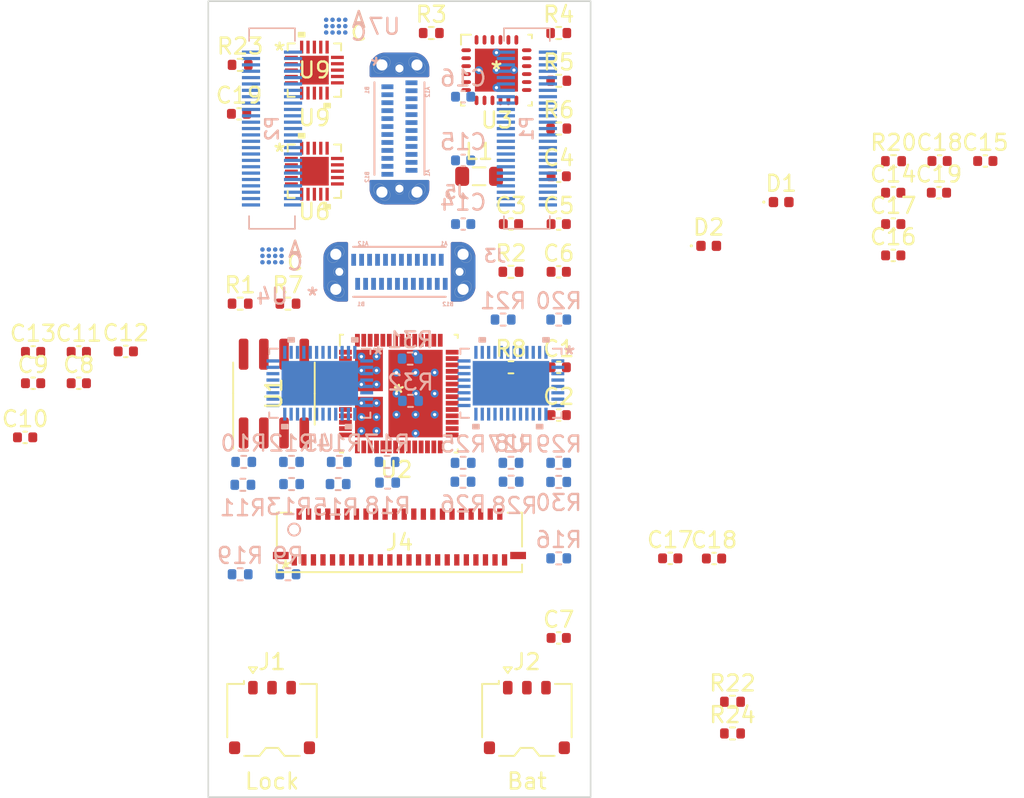
<source format=kicad_pcb>
(kicad_pcb (version 20211014) (generator pcbnew)
  (layers (0 "F.Cu" signal) (31 "B.Cu" signal) (34 "B.Paste" user) (35 "F.Paste" user) (36 "B.SilkS" user "B.Silkscreen") (37 "F.SilkS" user "F.Silkscreen") (38 "B.Mask" user) (39 "F.Mask" user) (44 "Edge.Cuts" user))
  (net 0 "")
  (net 1 "/Power Part/PWR_CHARGE")
  (net 2 "GND")
  (net 3 "Net-(C2-Pad1)")
  (net 4 "/Power Part/BAT_LDO")
  (net 5 "Net-(C4-Pad1)")
  (net 6 "Net-(C4-Pad2)")
  (net 7 "/Power Part/VSOM")
  (net 8 "Net-(C7-Pad1)")
  (net 9 "Net-(C8-Pad1)")
  (net 10 "/Host USB-C Connector/TX1-")
  (net 11 "Net-(C9-Pad1)")
  (net 12 "/Host USB-C Connector/TX2+")
  (net 13 "Net-(C10-Pad1)")
  (net 14 "/Host USB-C Connector/TX1+")
  (net 15 "Net-(C11-Pad1)")
  (net 16 "/Host USB-C Connector/TX2-")
  (net 17 "/Host USB-C Connector/VIN_3V3")
  (net 18 "Net-(C13-Pad2)")
  (net 19 "Net-(C14-Pad1)")
  (net 20 "Net-(C14-Pad2)")
  (net 21 "Net-(C15-Pad1)")
  (net 22 "Net-(C15-Pad2)")
  (net 23 "Net-(C16-Pad1)")
  (net 24 "Net-(C16-Pad2)")
  (net 25 "Net-(C17-Pad1)")
  (net 26 "Net-(C17-Pad2)")
  (net 27 "/OTG USB-C Connector/VIN_5V")
  (net 28 "/OTG USB-C Connector/VIN_3V3")
  (net 29 "/Power Part/HOST_VBUS")
  (net 30 "/Power Part/OTG_VBUS")
  (net 31 "/Power Part/LOCK_BTN")
  (net 32 "/Power Part/PD_LDO_3V3")
  (net 33 "/Power Part/SHUTDOWN_BTN")
  (net 34 "Net-(J2-Pad2)")
  (net 35 "/Host USB-C Connector/VBUS")
  (net 36 "Net-(J3-PadA5)")
  (net 37 "/Host USB-C Connector/HOST_D+")
  (net 38 "/Host USB-C Connector/HOST_D-")
  (net 39 "Net-(J3-PadA8)")
  (net 40 "/Host USB-C Connector/RX2-")
  (net 41 "/Host USB-C Connector/RX2+")
  (net 42 "Net-(J3-PadB5)")
  (net 43 "Net-(J3-PadB6)")
  (net 44 "Net-(J3-PadB7)")
  (net 45 "Net-(J3-PadB8)")
  (net 46 "/Host USB-C Connector/RX1-")
  (net 47 "/Host USB-C Connector/RX1+")
  (net 48 "Net-(J4-Pad2)")
  (net 49 "Net-(J4-Pad3)")
  (net 50 "Net-(J4-Pad5)")
  (net 51 "Net-(J4-Pad6)")
  (net 52 "Net-(J4-Pad8)")
  (net 53 "Net-(J4-Pad9)")
  (net 54 "Net-(J4-Pad11)")
  (net 55 "Net-(J4-Pad12)")
  (net 56 "Net-(J4-Pad14)")
  (net 57 "Net-(J4-Pad15)")
  (net 60 "Net-(J4-Pad22)")
  (net 62 "/OTG USB-C Connector/VBUS")
  (net 63 "Net-(J5-PadA5)")
  (net 64 "/OTG USB-C Connector/OTG_D+")
  (net 65 "/OTG USB-C Connector/OTG_D-")
  (net 66 "/OTG USB-C Connector/USB1_SBU1")
  (net 67 "Net-(J5-PadB5)")
  (net 68 "Net-(J5-PadB6)")
  (net 69 "Net-(J5-PadB7)")
  (net 70 "/OTG USB-C Connector/USB1_SBU2")
  (net 71 "/VSOM")
  (net 72 "/USB1_RX_DP")
  (net 73 "/USB1_RX_DN")
  (net 74 "/USB1_TX_DP")
  (net 75 "/USB1_TX_DN")
  (net 76 "/USB2_RX_DP")
  (net 77 "/USB2_RX_DN")
  (net 78 "/USB2_TX_DP")
  (net 79 "/USB2_TX_DN")
  (net 83 "/STEM SCL")
  (net 84 "/STEM SDA")
  (net 85 "Net-(P1-Pad19)")
  (net 94 "/PWR_CHARGE")
  (net 109 "/OTG_D+")
  (net 110 "/OTG_D-")
  (net 111 "/HOST_D+")
  (net 112 "/HOST_D-")
  (net 113 "/USB1_SBU1")
  (net 114 "/USB1_SBU2")
  (net 115 "/SYS_PD_CTL_INT")
  (net 116 "/SYS SCL")
  (net 117 "/SYS SDA")
  (net 118 "/USB_XD_OE")
  (net 119 "/USB_XD_SEL")
  (net 124 "/BAT_STAT")
  (net 125 "/BAT_INT")
  (net 126 "/BAT_CE")
  (net 127 "/BAT_EN")
  (net 128 "/SHUTDOWN_BTN")
  (net 129 "/LOCK_BTN")
  (net 130 "/BAT_LDO")
  (net 131 "/SPI_MOSI")
  (net 132 "/SPI_MISO")
  (net 133 "/SPI_CLK")
  (net 134 "/SPI_SS")
  (net 135 "/FLASH_HOLD")
  (net 136 "/POWER SDA")
  (net 137 "/POWER SCL")
  (net 138 "/POWER_PD_CTL_INT")
  (net 139 "/USB1_PLUG_INT")
  (net 140 "/PD_HRESET")
  (net 141 "/BAT_3V3")
  (net 144 "/BAT_5V")
  (net 145 "/VCC_RTC")
  (net 147 "/LDO_3V3")
  (net 148 "Net-(R1-Pad2)")
  (net 149 "/Power Part/BAT_CE_N")
  (net 150 "Net-(R3-Pad1)")
  (net 151 "Net-(R4-Pad1)")
  (net 152 "/Host USB-C Connector/LDO_3V3")
  (net 153 "Net-(R7-Pad2)")
  (net 154 "Net-(R8-Pad1)")
  (net 155 "Net-(R9-Pad1)")
  (net 156 "/Host USB-C Connector/DPEQ1")
  (net 157 "/Host USB-C Connector/SSEQ1")
  (net 158 "/Host USB-C Connector/EQ0")
  (net 159 "Net-(R16-Pad2)")
  (net 160 "/Host USB-C Connector/EQ1")
  (net 161 "Net-(R19-Pad2)")
  (net 162 "Net-(R20-Pad1)")
  (net 163 "/Host USB-C Connector/RX-")
  (net 164 "/Host USB-C Connector/RX+")
  (net 165 "/Host USB-C Connector/TX-")
  (net 166 "/Host USB-C Connector/TX+")
  (net 167 "/Host USB-C Connector/POWER_SCL")
  (net 168 "/Host USB-C Connector/POWER_SDA")
  (net 169 "/Host USB-C Connector/SBU2")
  (net 170 "/Host USB-C Connector/SBU1")
  (net 178 "/OTG_2.0_FAULT")
  (net 179 "/HOST_HPD_RSVD")
  (net 180 "/Power Part/PD_LDO_1V8")
  (net 182 "/HOST_CC1")
  (net 183 "/HOST_CC2")
  (net 184 "/Power Part/BAT_EN")
  (net 185 "/Power Part/POWER_SDA")
  (net 186 "/Power Part/POWER_SCL")
  (net 187 "/Power Part/BAT_STAT")
  (net 188 "/Power Part/BAT_INT")
  (net 191 "/Host USB-C Connector/USB_DX_SEL")
  (net 192 "/Host USB-C Connector/OTG_2.0_FAULT")
  (net 193 "/Host USB-C Connector/USB_DX_OE")
  (net 194 "/Host USB-C Connector/OTG_XD+")
  (net 195 "/Host USB-C Connector/OTG_XD-")
  (net 196 "/Host USB-C Connector/HOST_CC2")
  (net 197 "/Host USB-C Connector/HOST_CC1")
  (net 200 "/OTG USB-C Connector/USB_DX_SEL")
  (net 201 "/OTG USB-C Connector/OTG_2.0_FAULT")
  (net 202 "/OTG USB-C Connector/USB_DX_OE")
  (net 203 "/OTG USB-C Connector/OTG_XD+")
  (net 204 "/OTG USB-C Connector/OTG_XD-")
  (net 207 "/OTG USB-C Connector/POWER_SDA")
  (net 208 "/OTG USB-C Connector/POWER_SCL")
  (net 209 "Net-(J5-PadA3)")
  (net 210 "/OTG USB-C Connector/TX1-")
  (net 211 "Net-(J5-PadB2)")
  (net 212 "/OTG USB-C Connector/TX2+")
  (net 213 "Net-(J5-PadA2)")
  (net 214 "/OTG USB-C Connector/TX1+")
  (net 215 "Net-(J5-PadB3)")
  (net 216 "/OTG USB-C Connector/TX2-")
  (net 217 "Net-(C19-Pad2)")
  (net 218 "Net-(J5-PadA8)")
  (net 219 "/OTG USB-C Connector/RX2-")
  (net 220 "/OTG USB-C Connector/RX2+")
  (net 221 "Net-(J5-PadB8)")
  (net 222 "/OTG USB-C Connector/RX1-")
  (net 223 "/OTG USB-C Connector/RX1+")
  (net 224 "/HOST_XD-")
  (net 225 "/HOST_XD+")
  (net 226 "/OTG_XD-")
  (net 227 "/OTG_XD+")
  (net 228 "Net-(R20-Pad2)")
  (net 229 "Net-(R21-Pad1)")
  (net 230 "Net-(R22-Pad1)")
  (net 231 "Net-(R23-Pad2)")
  (net 232 "/OTG USB-C Connector/LDO_3V3")
  (net 233 "Net-(R24-Pad2)")
  (net 234 "/OTG USB-C Connector/DPEQ1")
  (net 235 "/OTG USB-C Connector/SSEQ1")
  (net 236 "/OTG USB-C Connector/EQ0")
  (net 237 "/OTG USB-C Connector/EQ1")
  (net 239 "/OTG USB-C Connector/RX-")
  (net 240 "/OTG USB-C Connector/RX+")
  (net 241 "/OTG USB-C Connector/TX-")
  (net 242 "/OTG USB-C Connector/TX+")
  (net 252 "/OTG USB-C Connector/SBU2")
  (net 253 "/OTG USB-C Connector/SBU1")
  (net 255 "/OTG USB-C Connector/OTG_CC2")
  (net 256 "/OTG USB-C Connector/OTG_CC1")
  (footprint "Capacitor_SMD:C_0402_1005Metric" (layer "F.Cu") (at 61.82 118)
    (fp_text reference "C12")
    (fp_text value "1uF" hide)
  )
  (footprint "Resistor_SMD:R_0402_1005Metric" (layer "F.Cu") (at 99.91 140.01)
    (fp_text reference "R22")
    (fp_text value "150K")
  )
  (footprint "Capacitor_SMD:C_0402_1005Metric" (layer "F.Cu") (at 112.87 108.03)
    (fp_text reference "C19")
    (fp_text value "100nF")
  )
  (footprint "Resistor_SMD:R_0402_1005Metric" (layer "F.Cu") (at 86 113)
    (fp_text reference "R2")
    (fp_text value "47K" hide)
  )
  (footprint "Capacitor_SMD:C_0402_1005Metric" (layer "F.Cu") (at 112.91 106.04)
    (fp_text reference "C18")
    (fp_text value "100nF")
  )
  (footprint "Capacitor_SMD:C_0402_1005Metric" (layer "F.Cu") (at 56 118.03)
    (fp_text reference "C13")
    (fp_text value "0.1uF" hide)
  )
  (footprint "Resistor_SMD:R_0402_1005Metric" (layer "F.Cu") (at 81 98)
    (fp_text reference "R3")
    (fp_text value "R" hide)
  )
  (footprint "Resistor_SMD:R_0402_1005Metric" (layer "F.Cu") (at 110.02 106.05)
    (fp_text reference "R20")
    (fp_text value "10K")
  )
  (footprint "Resistor_SMD:R_0402_1005Metric" (layer "F.Cu") (at 69 100)
    (fp_text reference "R23")
    (fp_text value "100K" hide)
  )
  (footprint "Capacitor_SMD:C_0402_1005Metric" (layer "F.Cu") (at 110 110)
    (fp_text reference "C17")
    (fp_text value "100nF")
  )
  (footprint "Connector_JST:JST_ACH_BM03B-ACHSS-GAN-ETF_1x03-1MP_P1.20mm_Vertical" (layer "F.Cu") (at 71 141)
    (fp_text reference "J1")
    (fp_text value "Lock")
  )
  (footprint "Ziloo:BQ24250RGER" (layer "F.Cu") (at 85.09 100.33)
    (fp_text reference "U3")
    (fp_text value "RGE0024H" hide)
  )
  (footprint "Capacitor_SMD:C_0402_1005Metric" (layer "F.Cu") (at 89 113)
    (fp_text reference "C6")
    (fp_text value "C" hide)
  )
  (footprint "Capacitor_SMD:C_0402_1005Metric" (layer "F.Cu") (at 58.87 120)
    (fp_text reference "C8")
    (fp_text value "100nF" hide)
  )
  (footprint "Diode_SMD:D_0402_1005Metric" (layer "F.Cu") (at 98.415 111.37)
    (fp_text reference "D2")
    (fp_text value "D_Schottky" hide)
  )
  (footprint "Capacitor_SMD:C_0402_1005Metric" (layer "F.Cu") (at 98.75 131.01)
    (fp_text reference "C18")
    (fp_text value "1uF" hide)
  )
  (footprint "Ziloo:TPD6S300ARUKR" (layer "F.Cu") (at 73.66 106.68)
    (fp_text reference "U6")
    (fp_text value "WQFN20_RUK_TEX" hide)
  )
  (footprint "Capacitor_SMD:C_0402_1005Metric" (layer "F.Cu") (at 115.78 106.04)
    (fp_text reference "C15")
    (fp_text value "100nF")
  )
  (footprint "Capacitor_SMD:C_0402_1005Metric" (layer "F.Cu") (at 55.5 123.4)
    (fp_text reference "C10")
    (fp_text value "100nF" hide)
  )
  (footprint "Ziloo:4-2328724-5" (layer "F.Cu") (at 79 130)
    (fp_text reference "J4")
    (fp_text value "ALT-HOST" hide)
  )
  (footprint "Capacitor_SMD:C_0402_1005Metric" (layer "F.Cu") (at 96 131)
    (fp_text reference "C17")
    (fp_text value "100nF" hide)
  )
  (footprint "Capacitor_SMD:C_0402_1005Metric" (layer "F.Cu") (at 89 110)
    (fp_text reference "C5")
    (fp_text value "22uF" hide)
  )
  (footprint "Capacitor_SMD:C_0402_1005Metric" (layer "F.Cu") (at 58.87 118.03)
    (fp_text reference "C11")
    (fp_text value "100nF" hide)
  )
  (footprint "Capacitor_SMD:C_0402_1005Metric" (layer "F.Cu") (at 56 120)
    (fp_text reference "C9")
    (fp_text value "100nF" hide)
  )
  (footprint "Capacitor_SMD:C_0402_1005Metric" (layer "F.Cu") (at 110 111.97)
    (fp_text reference "C16")
    (fp_text value "100nF")
  )
  (footprint "Capacitor_SMD:C_0402_1005Metric" (layer "F.Cu") (at 89 122)
    (fp_text reference "C2")
    (fp_text value "22uF" hide)
  )
  (footprint "Diode_SMD:D_0402_1005Metric" (layer "F.Cu") (at 102.965 108.62)
    (fp_text reference "D1")
    (fp_text value "D_Schottky" hide)
  )
  (footprint "Capacitor_SMD:C_0402_1005Metric" (layer "F.Cu") (at 89 136)
    (fp_text reference "C7")
    (fp_text value "1uF" hide)
  )
  (footprint "Capacitor_SMD:C_0402_1005Metric" (layer "F.Cu") (at 110 108.03)
    (fp_text reference "C14")
    (fp_text value "100nF")
  )
  (footprint "Capacitor_SMD:C_0402_1005Metric" (layer "F.Cu") (at 68.931282 103.074353)
    (fp_text reference "C19")
    (fp_text value "0.1uF" hide)
  )
  (footprint "Resistor_SMD:R_0402_1005Metric" (layer "F.Cu") (at 89 104)
    (fp_text reference "R6")
    (fp_text value "R" hide)
  )
  (footprint "Connector_JST:JST_ACH_BM03B-ACHSS-GAN-ETF_1x03-1MP_P1.20mm_Vertical" (layer "F.Cu") (at 87 141)
    (fp_text reference "J2")
    (fp_text value "Battery")
  )
  (footprint "Resistor_SMD:R_0402_1005Metric" (layer "F.Cu") (at 86 119)
    (fp_text reference "R8")
    (fp_text value "10K" hide)
  )
  (footprint "Capacitor_SMD:C_0402_1005Metric" (layer "F.Cu") (at 89 107)
    (fp_text reference "C4")
    (fp_text value "33nF" hide)
  )
  (footprint "Capacitor_SMD:C_0402_1005Metric" (layer "F.Cu") (at 89 119)
    (fp_text reference "C1")
    (fp_text value "22uF" hide)
  )
  (footprint "Ziloo:TPS65988DHRSHR" (layer "F.Cu") (at 78.96 120.65)
    (fp_text reference "U2")
    (fp_text value "RSH0056E" hide)
  )
  (footprint "Resistor_SMD:R_0402_1005Metric" (layer "F.Cu") (at 69 115)
    (fp_text reference "R1")
    (fp_text value "R")
  )
  (footprint "Resistor_SMD:R_0402_1005Metric" (layer "F.Cu") (at 72 115)
    (fp_text reference "R7")
    (fp_text value "10K" hide)
  )
  (footprint "Inductor_SMD:L_0805_2012Metric" (layer "F.Cu") (at 84 107)
    (fp_text reference "L1")
    (fp_text value "L" hide)
  )
  (footprint "Resistor_SMD:R_0402_1005Metric" (layer "F.Cu") (at 89 98)
    (fp_text reference "R4")
    (fp_text value "R" hide)
  )
  (footprint "Ziloo:TPD6S300ARUKR" (layer "F.Cu") (at 73.66 100.33)
    (fp_text reference "U9")
    (fp_text value "U9")
  )
  (footprint "Package_SO:SOIC-8_3.9x4.9mm_P1.27mm" (layer "F.Cu") (at 71.12 120.65 90)
    (fp_text reference "U1")
    (fp_text value "W25X40CLSN" hide)
  )
  (footprint "Capacitor_SMD:C_0402_1005Metric" (layer "F.Cu") (at 86 110)
    (fp_text reference "C3")
    (fp_text value "22uF" hide)
  )
  (footprint "Resistor_SMD:R_0402_1005Metric" (layer "F.Cu") (at 89 101)
    (fp_text reference "R5")
    (fp_text value "R" hide)
  )
  (footprint "Resistor_SMD:R_0402_1005Metric" (layer "F.Cu") (at 99.91 142)
    (fp_text reference "R24")
    (fp_text value "10K")
  )
  (footprint "Ziloo:TUSB546-DCIRNQT" (layer "B.Cu") (at 74 120 180)
    (fp_text reference "U5")
    (fp_text value "RNQ40_TEX" hide)
  )
  (footprint "Resistor_SMD:R_0402_1005Metric" (layer "B.Cu") (at 85.51 116 180)
    (fp_text reference "R21")
    (fp_text value "10K" hide)
  )
  (footprint "Capacitor_SMD:C_0402_1005Metric" (layer "B.Cu") (at 83 110 180)
    (fp_text reference "C14")
    (fp_text value "100nF" hide)
  )
  (footprint "Resistor_SMD:R_0402_1005Metric" (layer "B.Cu") (at 75.150269 126.33434 180)
    (fp_text reference "R15")
    (fp_text value "10K" hide)
  )
  (footprint "Ziloo:TS5USBC410YFFR" (layer "B.Cu") (at 75 97.567116 180)
    (fp_text reference "U7")
    (fp_text value "TS5USBC410YFFR" hide)
  )
  (footprint "Resistor_SMD:R_0402_1005Metric" (layer "B.Cu") (at 89 116 180)
    (fp_text reference "R20")
    (fp_text value "10K" hide)
  )
  (footprint "Resistor_SMD:R_0402_1005Metric" (layer "B.Cu") (at 86.012411 126.186177 180)
    (fp_text reference "R28")
    (fp_text value "10K" hide)
  )
  (footprint "Resistor_SMD:R_0402_1005Metric" (layer "B.Cu") (at 75.223907 124.94212 180)
    (fp_text reference "R14")
    (fp_text value "10K" hide)
  )
  (footprint "Ziloo:HIROSE_CX80B1-24P" (layer "B.Cu") (at 79 113 180)
    (fp_text reference "J3")
    (fp_text value "Host")
    (fp_line (start -3.425 -0.05) (end -3.425 0.05) (layer "Edge.Cuts") (width 0.01))
    (fp_line (start -3.925 0.25) (end -3.625 0.25) (layer "Edge.Cuts") (width 0.01))
    (fp_line (start -3.625 -0.25) (end -3.925 -0.25) (layer "Edge.Cuts") (width 0.01))
    (fp_line (start -4.06571 -1.52426) (end -4.41926 -1.17071) (layer "Edge.Cuts") (width 0.01))
    (fp_line (start 3.92429 0.675741) (end 3.57074 1.02929) (layer "Edge.Cuts") (width 0.01))
    (fp_line (start 3.925 -0.25) (end 3.625 -0.25) (layer "Edge.Cuts") (width 0.01))
    (fp_line (start -3.57073 1.02929) (end -3.92429 0.675734) (layer "Edge.Cuts") (width 0.01))
    (fp_line (start -3.92429 -0.675734) (end -3.57073 -1.02929) (layer "Edge.Cuts") (width 0.01))
    (fp_line (start -4.125 -0.05) (end -4.125 0.05) (layer "Edge.Cuts") (width 0.01))
    (fp_line (start -4.41926 1.17071) (end -4.06571 1.52426) (layer "Edge.Cuts") (width 0.01))
    (fp_line (start 4.125 -0.05) (end 4.125 0.05) (layer "Edge.Cuts") (width 0.01))
    (fp_line (start 4.06571 1.52427) (end 4.41927 1.17071) (layer "Edge.Cuts") (width 0.01))
    (fp_line (start 3.425 -0.05) (end 3.425 0.05) (layer "Edge.Cuts") (width 0.01))
    (fp_line (start 3.57074 -1.02929) (end 3.92429 -0.675741) (layer "Edge.Cuts") (width 0.01))
    (fp_line (start 3.625 0.25) (end 3.925 0.25) (layer "Edge.Cuts") (width 0.01))
    (fp_line (start 4.41927 -1.17071) (end 4.06571 -1.52427) (layer "Edge.Cuts") (width 0.01))
    (fp_arc (start -3.57073 1.02929) (mid -3.468218 1.276775) (end -3.57073 1.52426) (layer "Edge.Cuts") (width 0.01))
    (fp_arc (start 3.57074 1.52427) (mid 3.468226 1.27678) (end 3.57074 1.02929) (layer "Edge.Cuts") (width 0.01))
    (fp_arc (start 4.06571 1.52427) (mid 3.818225 1.626782) (end 3.57074 1.52427) (layer "Edge.Cuts") (width 0.01))
    (fp_arc (start -4.41926 -0.675734) (mid -4.521773 -0.923222) (end -4.41926 -1.17071) (layer "Edge.Cuts") (width 0.01))
    (fp_arc (start -4.06571 -1.52426) (mid -3.81822 -1.626774) (end -3.57073 -1.52426) (layer "Edge.Cuts") (width 0.01))
    (fp_arc (start -3.57073 -1.52426) (mid -3.468218 -1.276775) (end -3.57073 -1.02929) (layer "Edge.Cuts") (width 0.01))
    (fp_arc (start 3.925 -0.25) (mid 4.066421 -0.191421) (end 4.125 -0.05) (layer "Edge.Cuts") (width 0.01))
    (fp_arc (start 3.625 0.25) (mid 3.483579 0.191421) (end 3.425 0.05) (layer "Edge.Cuts") (width 0.01))
    (fp_arc (start 4.41927 0.675741) (mid 4.521786 0.923226) (end 4.419271 1.17071) (layer "Edge.Cuts") (width 0.01))
    (fp_arc (start -4.41926 1.17071) (mid -4.521773 0.923222) (end -4.41926 0.675734) (layer "Edge.Cuts") (width 0.01))
    (fp_arc (start -4.125 -0.05) (mid -4.066421 -0.191421) (end -3.925 -0.25) (layer "Edge.Cuts") (width 0.01))
    (fp_arc (start -4.41926 0.675734) (mid -4.171775 0.573222) (end -3.92429 0.675734) (layer "Edge.Cuts") (width 0.01))
    (fp_arc (start -3.57073 1.52426) (mid -3.81822 1.626774) (end -4.06571 1.52426) (layer "Edge.Cuts") (width 0.01))
    (fp_arc (start 3.57074 -1.02929) (mid 3.468226 -1.27678) (end 3.57074 -1.52427) (layer "Edge.Cuts") (width 0.01))
    (fp_arc (start -3.92429 -0.675734) (mid -4.171775 -0.573222) (end -4.41926 -0.675734) (layer "Edge.Cuts") (width 0.01))
    (fp_arc (start -3.925 0.25) (mid -4.066421 0.191421) (end -4.125 0.05) (layer "Edge.Cuts") (width 0.01))
    (fp_arc (start 3.92429 0.675741) (mid 4.17178 0.573227) (end 4.41927 0.675741) (layer "Edge.Cuts") (width 0.01))
    (fp_arc (start 4.41927 -1.17071) (mid 4.52178 -0.923227) (end 4.41927 -0.675742) (layer "Edge.Cuts") (width 0.01))
    (fp_arc (start 4.125 0.05) (mid 4.066421 0.191421) (end 3.925 0.25) (layer "Edge.Cuts") (width 0.01))
    (fp_arc (start 4.41927 -0.675741) (mid 4.17178 -0.573227) (end 3.92429 -0.675741) (layer "Edge.Cuts") (width 0.01))
    (fp_arc (start 3.57074 -1.52427) (mid 3.818225 -1.626782) (end 4.06571 -1.52427) (layer "Edge.Cuts") (width 0.01))
    (fp_arc (start -3.425 0.05) (mid -3.483579 0.191421) (end -3.625 0.25) (layer "Edge.Cuts") (width 0.01))
    (fp_arc (start -3.625 -0.25) (mid -3.483579 -0.191421) (end -3.425 -0.05) (layer "Edge.Cuts") (width 0.01))
    (fp_arc (start 3.425 -0.05) (mid 3.483579 -0.191421) (end 3.625 -0.25) (layer "Edge.Cuts") (width 0.01))
  )
  (footprint "Capacitor_SMD:C_0402_1005Metric" (layer "B.Cu") (at 83 106 180)
    (fp_text reference "C15")
    (fp_text value "100nF" hide)
  )
  (footprint "Resistor_SMD:R_0402_1005Metric" (layer "B.Cu") (at 72.223907 124.94212 180)
    (fp_text reference "R12")
    (fp_text value "10K" hide)
  )
  (footprint "Resistor_SMD:R_0402_1005Metric" (layer "B.Cu") (at 69.170011 126.380699 180)
    (fp_text reference "R11")
    (fp_text value "10K" hide)
  )
  (footprint "Ziloo:TUSB546-DCIRNQT" (layer "B.Cu") (at 86 120 180)
    (fp_text reference "U8")
    (fp_text value "RNQ40_TEX" hide)
  )
  (footprint "Resistor_SMD:R_0402_1005Metric" (layer "B.Cu") (at 78.223907 124.94212 180)
    (fp_text reference "R17")
    (fp_text value "10K" hide)
  )
  (footprint "Resistor_SMD:R_0402_1005Metric" (layer "B.Cu") (at 69.223907 124.94212 180)
    (fp_text reference "R10")
    (fp_text value "10K" hide)
  )
  (footprint "Resistor_SMD:R_0402_1005Metric" (layer "B.Cu") (at 89 131 180)
    (fp_text reference "R16")
    (fp_text value "100K" hide)
  )
  (footprint "Resistor_SMD:R_0402_1005Metric" (layer "B.Cu") (at 69 132 180)
    (fp_text reference "R19")
    (fp_text value "10K" hide)
  )
  (footprint "Resistor_SMD:R_0402_1005Metric" (layer "B.Cu") (at 82.988503 126.186177 180)
    (fp_text reference "R26")
    (fp_text value "10K" hide)
  )
  (footprint "Resistor_SMD:R_0402_1005Metric" (layer "B.Cu") (at 78.256294 126.241623 180)
    (fp_text reference "R18")
    (fp_text value "10K" hide)
  )
  (footprint "Ziloo:HRS_DF40C-50DS-0.4V(51)" (layer "B.Cu") (at 87 104 -90)
    (fp_text reference "P1")
    (fp_text value "HS")
  )
  (footprint "Capacitor_SMD:C_0402_1005Metric" (layer "B.Cu") (at 83 102 180)
    (fp_text reference "C16")
    (fp_text value "100nF" hide)
  )
  (footprint "Ziloo:TS5USBC410YFFR" (layer "B.Cu") (at 71 112 180)
    (fp_text reference "U4")
    (fp_text value "TS5USBC410YFFR" hide)
  )
  (footprint "Resistor_SMD:R_0402_1005Metric" (layer "B.Cu") (at 79.694241 121.107583 180)
    (fp_text reference "R32")
    (fp_text value "10K" hide)
  )
  (footprint "Ziloo:HRS_DF40C-50DS-0.4V(51)" (layer "B.Cu") (at 71 104 -90)
    (fp_text reference "P2")
    (fp_text value "PW")
  )
  (footprint "Resistor_SMD:R_0402_1005Metric" (layer "B.Cu") (at 83 125 180)
    (fp_text reference "R25")
    (fp_text value "10K" hide)
  )
  (footprint "Resistor_SMD:R_0402_1005Metric" (layer "B.Cu") (at 86 125 180)
    (fp_text reference "R27")
    (fp_text value "10K" hide)
  )
  (footprint "Resistor_SMD:R_0402_1005Metric" (layer "B.Cu") (at 88.995639 126.199737 180)
    (fp_text reference "R30")
    (fp_text value "10K" hide)
  )
  (footprint "Ziloo:HIROSE_CX80B1-24P" (layer "B.Cu") (at 79 104 90)
    (fp_text reference "J5")
    (fp_text value "OTG")
    (fp_line (start 4.125 -0.05) (end 4.125 0.05) (layer "Edge.Cuts") (width 0.01))
    (fp_line (start 4.06571 1.52427) (end 4.41927 1.17071) (layer "Edge.Cuts") (width 0.01))
    (fp_line (start -4.06571 -1.52426) (end -4.41926 -1.17071) (layer "Edge.Cuts") (width 0.01))
    (fp_line (start 4.41927 -1.17071) (end 4.06571 -1.52427) (layer "Edge.Cuts") (width 0.01))
    (fp_line (start 3.92429 0.675741) (end 3.57074 1.02929) (layer "Edge.Cuts") (width 0.01))
    (fp_line (start -3.425 -0.05) (end -3.425 0.05) (layer "Edge.Cuts") (width 0.01))
    (fp_line (start -3.625 -0.25) (end -3.925 -0.25) (layer "Edge.Cuts") (width 0.01))
    (fp_line (start 3.425 -0.05) (end 3.425 0.05) (layer "Edge.Cuts") (width 0.01))
    (fp_line (start -4.41926 1.17071) (end -4.06571 1.52426) (layer "Edge.Cuts") (width 0.01))
    (fp_line (start -3.57073 1.02929) (end -3.92429 0.675734) (layer "Edge.Cuts") (width 0.01))
    (fp_line (start -4.125 -0.05) (end -4.125 0.05) (layer "Edge.Cuts") (width 0.01))
    (fp_line (start 3.925 -0.25) (end 3.625 -0.25) (layer "Edge.Cuts") (width 0.01))
    (fp_line (start 3.57074 -1.02929) (end 3.92429 -0.675741) (layer "Edge.Cuts") (width 0.01))
    (fp_line (start -3.925 0.25) (end -3.625 0.25) (layer "Edge.Cuts") (width 0.01))
    (fp_line (start -3.92429 -0.675734) (end -3.57073 -1.02929) (layer "Edge.Cuts") (width 0.01))
    (fp_line (start 3.625 0.25) (end 3.925 0.25) (layer "Edge.Cuts") (width 0.01))
    (fp_arc (start 3.57074 -1.52427) (mid 3.818225 -1.626782) (end 4.06571 -1.52427) (layer "Edge.Cuts") (width 0.01))
    (fp_arc (start -4.06571 -1.52426) (mid -3.81822 -1.626774) (end -3.57073 -1.52426) (layer "Edge.Cuts") (width 0.01))
    (fp_arc (start 4.06571 1.52427) (mid 3.818225 1.626782) (end 3.57074 1.52427) (layer "Edge.Cuts") (width 0.01))
    (fp_arc (start -3.57073 1.52426) (mid -3.81822 1.626774) (end -4.06571 1.52426) (layer "Edge.Cuts") (width 0.01))
    (fp_arc (start -3.57073 -1.52426) (mid -3.468218 -1.276775) (end -3.57073 -1.02929) (layer "Edge.Cuts") (width 0.01))
    (fp_arc (start -3.425 0.05) (mid -3.483579 0.191421) (end -3.625 0.25) (layer "Edge.Cuts") (width 0.01))
    (fp_arc (start 4.41927 -1.17071) (mid 4.52178 -0.923227) (end 4.41927 -0.675742) (layer "Edge.Cuts") (width 0.01))
    (fp_arc (start 4.41927 -0.675741) (mid 4.17178 -0.573227) (end 3.92429 -0.675741) (layer "Edge.Cuts") (width 0.01))
    (fp_arc (start -3.625 -0.25) (mid -3.483579 -0.191421) (end -3.425 -0.05) (layer "Edge.Cuts") (width 0.01))
    (fp_arc (start 4.41927 0.675741) (mid 4.521786 0.923226) (end 4.419271 1.17071) (layer "Edge.Cuts") (width 0.01))
    (fp_arc (start 4.125 0.05) (mid 4.066421 0.191421) (end 3.925 0.25) (layer "Edge.Cuts") (width 0.01))
    (fp_arc (start 3.57074 1.52427) (mid 3.468226 1.27678) (end 3.57074 1.02929) (layer "Edge.Cuts") (width 0.01))
    (fp_arc (start -3.92429 -0.675734) (mid -4.171775 -0.573222) (end -4.41926 -0.675734) (layer "Edge.Cuts") (width 0.01))
    (fp_arc (start 3.57074 -1.02929) (mid 3.468226 -1.27678) (end 3.57074 -1.52427) (layer "Edge.Cuts") (width 0.01))
    (fp_arc (start 3.625 0.25) (mid 3.483579 0.191421) (end 3.425 0.05) (layer "Edge.Cuts") (width 0.01))
    (fp_arc (start 3.425 -0.05) (mid 3.483579 -0.191421) (end 3.625 -0.25) (layer "Edge.Cuts") (width 0.01))
    (fp_arc (start 3.925 -0.25) (mid 4.066421 -0.191421) (end 4.125 -0.05) (layer "Edge.Cuts") (width 0.01))
    (fp_arc (start -4.125 -0.05) (mid -4.066421 -0.191421) (end -3.925 -0.25) (layer "Edge.Cuts") (width 0.01))
    (fp_arc (start 3.92429 0.675741) (mid 4.17178 0.573227) (end 4.41927 0.675741) (layer "Edge.Cuts") (width 0.01))
    (fp_arc (start -3.57073 1.02929) (mid -3.468218 1.276775) (end -3.57073 1.52426) (layer "Edge.Cuts") (width 0.01))
    (fp_arc (start -4.41926 1.17071) (mid -4.521773 0.923222) (end -4.41926 0.675734) (layer "Edge.Cuts") (width 0.01))
    (fp_arc (start -4.41926 -0.675734) (mid -4.521773 -0.923222) (end -4.41926 -1.17071) (layer "Edge.Cuts") (width 0.01))
    (fp_arc (start -3.925 0.25) (mid -4.066421 0.191421) (end -4.125 0.05) (layer "Edge.Cuts") (width 0.01))
    (fp_arc (start -4.41926 0.675734) (mid -4.171775 0.573222) (end -3.92429 0.675734) (layer "Edge.Cuts") (width 0.01))
  )
  (footprint "Resistor_SMD:R_0402_1005Metric" (layer "B.Cu") (at 89 125 180)
    (fp_text reference "R29")
    (fp_text value "10K" hide)
  )
  (footprint "Resistor_SMD:R_0402_1005Metric" (layer "B.Cu") (at 72.229678 126.33434 180)
    (fp_text reference "R13")
    (fp_text value "10K" hide)
  )
  (footprint "Resistor_SMD:R_0402_1005Metric" (layer "B.Cu") (at 79.67279 118.45338 180)
    (fp_text reference "R31")
    (fp_text value "10K" hide)
  )
  (footprint "Resistor_SMD:R_0402_1005Metric" (layer "B.Cu") (at 72 132 180)
    (fp_text reference "R9")
    (fp_text value "150K" hide)
  )
  (gr_rect (start 67 96) (end 91 146) (layer "Edge.Cuts") (width 0.1) (fill none))
  (gr_text "Bat\n" (at 87 145) (layer "F.SilkS") (effects (font (size 1 1))))
  (gr_text "Lock\n" (at 71 145) (layer "F.SilkS") (effects (font (size 1 1))))
)
</source>
